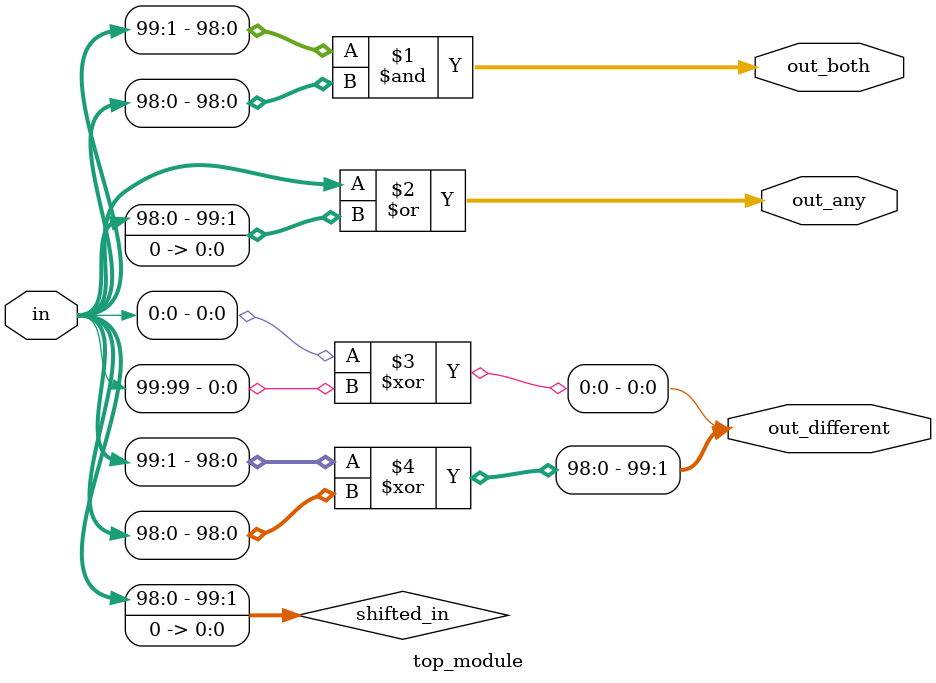
<source format=sv>
module top_module (
	input [99:0] in,
	output [98:0] out_both,
	output [99:0] out_any,
	output [99:0] out_different
);

    wire [99:0] shifted_in;

    assign shifted_in = {in[98:0], 1'b0};                           // Shift in vector by one bit.
    assign out_both = in[99:1] & in[98:0];                          // Bit-wise AND operation for 99-bit out_both.
    assign out_any = in | shifted_in;                               // Bit-wise OR operation for 100-bit out_any.
    assign out_different[0] = in[0] ^ in[99];                       // Bit-wise XOR operation for first bit of out_different.
    assign out_different[99:1] = in[99:1] ^ in[98:0];               // Bit-wise XOR operation for remaining bits of out_different.

endmodule

</source>
